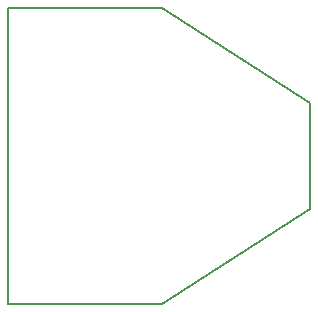
<source format=gbr>
%TF.GenerationSoftware,KiCad,Pcbnew,4.0.7*%
%TF.CreationDate,2018-04-08T16:57:24+02:00*%
%TF.ProjectId,HDMI to CSI,48444D4920746F204353492E6B696361,rev?*%
%TF.FileFunction,Profile,NP*%
%FSLAX46Y46*%
G04 Gerber Fmt 4.6, Leading zero omitted, Abs format (unit mm)*
G04 Created by KiCad (PCBNEW 4.0.7) date 04/08/18 16:57:24*
%MOMM*%
%LPD*%
G01*
G04 APERTURE LIST*
%ADD10C,0.150000*%
G04 APERTURE END LIST*
D10*
X152500000Y-104500000D02*
X140000000Y-112500000D01*
X152500000Y-95500000D02*
X152500000Y-104500000D01*
X140000000Y-87500000D02*
X152500000Y-95500000D01*
X127000000Y-87500000D02*
X140000000Y-87500000D01*
X127000000Y-112500000D02*
X140000000Y-112500000D01*
X127000000Y-87500000D02*
X127000000Y-112500000D01*
M02*

</source>
